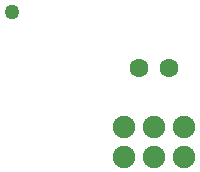
<source format=gbr>
%TF.GenerationSoftware,KiCad,Pcbnew,8.0.6*%
%TF.CreationDate,2024-11-10T20:15:22+09:00*%
%TF.ProjectId,sao-petal,73616f2d-7065-4746-916c-2e6b69636164,-*%
%TF.SameCoordinates,Original*%
%TF.FileFunction,Soldermask,Bot*%
%TF.FilePolarity,Negative*%
%FSLAX46Y46*%
G04 Gerber Fmt 4.6, Leading zero omitted, Abs format (unit mm)*
G04 Created by KiCad (PCBNEW 8.0.6) date 2024-11-10 20:15:22*
%MOMM*%
%LPD*%
G01*
G04 APERTURE LIST*
%ADD10C,1.600200*%
%ADD11O,1.903200X1.903200*%
%ADD12C,1.270000*%
G04 APERTURE END LIST*
D10*
%TO.C,TP2*%
X136336250Y-105843570D03*
%TD*%
D11*
%TO.C,J1*%
X140166250Y-110803570D03*
X140166250Y-113343570D03*
X137626250Y-110803570D03*
X137626251Y-113343570D03*
X135086250Y-110803570D03*
X135086250Y-113343570D03*
%TD*%
D10*
%TO.C,TP3*%
X138836250Y-105843570D03*
%TD*%
D12*
%TO.C,TP1*%
X125586650Y-101075370D03*
%TD*%
M02*

</source>
